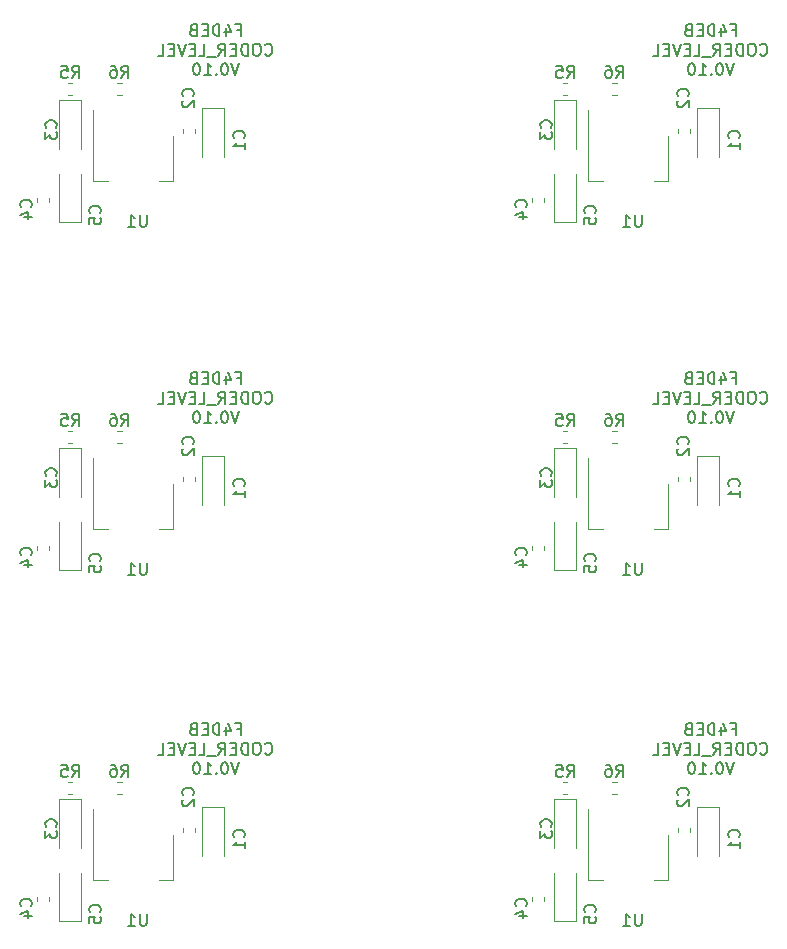
<source format=gbo>
G04 #@! TF.GenerationSoftware,KiCad,Pcbnew,(5.1.5)-3*
G04 #@! TF.CreationDate,2020-03-27T07:44:39+01:00*
G04 #@! TF.ProjectId,CODER_LEVEL_BOARD_V0.10,434f4445-525f-44c4-9556-454c5f424f41,rev?*
G04 #@! TF.SameCoordinates,Original*
G04 #@! TF.FileFunction,Legend,Bot*
G04 #@! TF.FilePolarity,Positive*
%FSLAX46Y46*%
G04 Gerber Fmt 4.6, Leading zero omitted, Abs format (unit mm)*
G04 Created by KiCad (PCBNEW (5.1.5)-3) date 2020-03-27 07:44:39*
%MOMM*%
%LPD*%
G04 APERTURE LIST*
%ADD10C,0.150000*%
%ADD11C,0.120000*%
G04 APERTURE END LIST*
D10*
X106179714Y-143566571D02*
X106513047Y-143566571D01*
X106513047Y-144090380D02*
X106513047Y-143090380D01*
X106036857Y-143090380D01*
X105227333Y-143423714D02*
X105227333Y-144090380D01*
X105465428Y-143042761D02*
X105703523Y-143757047D01*
X105084476Y-143757047D01*
X104703523Y-144090380D02*
X104703523Y-143090380D01*
X104465428Y-143090380D01*
X104322571Y-143138000D01*
X104227333Y-143233238D01*
X104179714Y-143328476D01*
X104132095Y-143518952D01*
X104132095Y-143661809D01*
X104179714Y-143852285D01*
X104227333Y-143947523D01*
X104322571Y-144042761D01*
X104465428Y-144090380D01*
X104703523Y-144090380D01*
X103703523Y-143566571D02*
X103370190Y-143566571D01*
X103227333Y-144090380D02*
X103703523Y-144090380D01*
X103703523Y-143090380D01*
X103227333Y-143090380D01*
X102465428Y-143566571D02*
X102322571Y-143614190D01*
X102274952Y-143661809D01*
X102227333Y-143757047D01*
X102227333Y-143899904D01*
X102274952Y-143995142D01*
X102322571Y-144042761D01*
X102417809Y-144090380D01*
X102798761Y-144090380D01*
X102798761Y-143090380D01*
X102465428Y-143090380D01*
X102370190Y-143138000D01*
X102322571Y-143185619D01*
X102274952Y-143280857D01*
X102274952Y-143376095D01*
X102322571Y-143471333D01*
X102370190Y-143518952D01*
X102465428Y-143566571D01*
X102798761Y-143566571D01*
X108584476Y-145645142D02*
X108632095Y-145692761D01*
X108774952Y-145740380D01*
X108870190Y-145740380D01*
X109013047Y-145692761D01*
X109108285Y-145597523D01*
X109155904Y-145502285D01*
X109203523Y-145311809D01*
X109203523Y-145168952D01*
X109155904Y-144978476D01*
X109108285Y-144883238D01*
X109013047Y-144788000D01*
X108870190Y-144740380D01*
X108774952Y-144740380D01*
X108632095Y-144788000D01*
X108584476Y-144835619D01*
X107965428Y-144740380D02*
X107774952Y-144740380D01*
X107679714Y-144788000D01*
X107584476Y-144883238D01*
X107536857Y-145073714D01*
X107536857Y-145407047D01*
X107584476Y-145597523D01*
X107679714Y-145692761D01*
X107774952Y-145740380D01*
X107965428Y-145740380D01*
X108060666Y-145692761D01*
X108155904Y-145597523D01*
X108203523Y-145407047D01*
X108203523Y-145073714D01*
X108155904Y-144883238D01*
X108060666Y-144788000D01*
X107965428Y-144740380D01*
X107108285Y-145740380D02*
X107108285Y-144740380D01*
X106870190Y-144740380D01*
X106727333Y-144788000D01*
X106632095Y-144883238D01*
X106584476Y-144978476D01*
X106536857Y-145168952D01*
X106536857Y-145311809D01*
X106584476Y-145502285D01*
X106632095Y-145597523D01*
X106727333Y-145692761D01*
X106870190Y-145740380D01*
X107108285Y-145740380D01*
X106108285Y-145216571D02*
X105774952Y-145216571D01*
X105632095Y-145740380D02*
X106108285Y-145740380D01*
X106108285Y-144740380D01*
X105632095Y-144740380D01*
X104632095Y-145740380D02*
X104965428Y-145264190D01*
X105203523Y-145740380D02*
X105203523Y-144740380D01*
X104822571Y-144740380D01*
X104727333Y-144788000D01*
X104679714Y-144835619D01*
X104632095Y-144930857D01*
X104632095Y-145073714D01*
X104679714Y-145168952D01*
X104727333Y-145216571D01*
X104822571Y-145264190D01*
X105203523Y-145264190D01*
X104441619Y-145835619D02*
X103679714Y-145835619D01*
X102965428Y-145740380D02*
X103441619Y-145740380D01*
X103441619Y-144740380D01*
X102632095Y-145216571D02*
X102298761Y-145216571D01*
X102155904Y-145740380D02*
X102632095Y-145740380D01*
X102632095Y-144740380D01*
X102155904Y-144740380D01*
X101870190Y-144740380D02*
X101536857Y-145740380D01*
X101203523Y-144740380D01*
X100870190Y-145216571D02*
X100536857Y-145216571D01*
X100394000Y-145740380D02*
X100870190Y-145740380D01*
X100870190Y-144740380D01*
X100394000Y-144740380D01*
X99489238Y-145740380D02*
X99965428Y-145740380D01*
X99965428Y-144740380D01*
X106394000Y-146390380D02*
X106060666Y-147390380D01*
X105727333Y-146390380D01*
X105203523Y-146390380D02*
X105108285Y-146390380D01*
X105013047Y-146438000D01*
X104965428Y-146485619D01*
X104917809Y-146580857D01*
X104870190Y-146771333D01*
X104870190Y-147009428D01*
X104917809Y-147199904D01*
X104965428Y-147295142D01*
X105013047Y-147342761D01*
X105108285Y-147390380D01*
X105203523Y-147390380D01*
X105298761Y-147342761D01*
X105346380Y-147295142D01*
X105394000Y-147199904D01*
X105441619Y-147009428D01*
X105441619Y-146771333D01*
X105394000Y-146580857D01*
X105346380Y-146485619D01*
X105298761Y-146438000D01*
X105203523Y-146390380D01*
X104441619Y-147295142D02*
X104394000Y-147342761D01*
X104441619Y-147390380D01*
X104489238Y-147342761D01*
X104441619Y-147295142D01*
X104441619Y-147390380D01*
X103441619Y-147390380D02*
X104013047Y-147390380D01*
X103727333Y-147390380D02*
X103727333Y-146390380D01*
X103822571Y-146533238D01*
X103917809Y-146628476D01*
X104013047Y-146676095D01*
X102822571Y-146390380D02*
X102727333Y-146390380D01*
X102632095Y-146438000D01*
X102584476Y-146485619D01*
X102536857Y-146580857D01*
X102489238Y-146771333D01*
X102489238Y-147009428D01*
X102536857Y-147199904D01*
X102584476Y-147295142D01*
X102632095Y-147342761D01*
X102727333Y-147390380D01*
X102822571Y-147390380D01*
X102917809Y-147342761D01*
X102965428Y-147295142D01*
X103013047Y-147199904D01*
X103060666Y-147009428D01*
X103060666Y-146771333D01*
X103013047Y-146580857D01*
X102965428Y-146485619D01*
X102917809Y-146438000D01*
X102822571Y-146390380D01*
X64269714Y-143566571D02*
X64603047Y-143566571D01*
X64603047Y-144090380D02*
X64603047Y-143090380D01*
X64126857Y-143090380D01*
X63317333Y-143423714D02*
X63317333Y-144090380D01*
X63555428Y-143042761D02*
X63793523Y-143757047D01*
X63174476Y-143757047D01*
X62793523Y-144090380D02*
X62793523Y-143090380D01*
X62555428Y-143090380D01*
X62412571Y-143138000D01*
X62317333Y-143233238D01*
X62269714Y-143328476D01*
X62222095Y-143518952D01*
X62222095Y-143661809D01*
X62269714Y-143852285D01*
X62317333Y-143947523D01*
X62412571Y-144042761D01*
X62555428Y-144090380D01*
X62793523Y-144090380D01*
X61793523Y-143566571D02*
X61460190Y-143566571D01*
X61317333Y-144090380D02*
X61793523Y-144090380D01*
X61793523Y-143090380D01*
X61317333Y-143090380D01*
X60555428Y-143566571D02*
X60412571Y-143614190D01*
X60364952Y-143661809D01*
X60317333Y-143757047D01*
X60317333Y-143899904D01*
X60364952Y-143995142D01*
X60412571Y-144042761D01*
X60507809Y-144090380D01*
X60888761Y-144090380D01*
X60888761Y-143090380D01*
X60555428Y-143090380D01*
X60460190Y-143138000D01*
X60412571Y-143185619D01*
X60364952Y-143280857D01*
X60364952Y-143376095D01*
X60412571Y-143471333D01*
X60460190Y-143518952D01*
X60555428Y-143566571D01*
X60888761Y-143566571D01*
X66674476Y-145645142D02*
X66722095Y-145692761D01*
X66864952Y-145740380D01*
X66960190Y-145740380D01*
X67103047Y-145692761D01*
X67198285Y-145597523D01*
X67245904Y-145502285D01*
X67293523Y-145311809D01*
X67293523Y-145168952D01*
X67245904Y-144978476D01*
X67198285Y-144883238D01*
X67103047Y-144788000D01*
X66960190Y-144740380D01*
X66864952Y-144740380D01*
X66722095Y-144788000D01*
X66674476Y-144835619D01*
X66055428Y-144740380D02*
X65864952Y-144740380D01*
X65769714Y-144788000D01*
X65674476Y-144883238D01*
X65626857Y-145073714D01*
X65626857Y-145407047D01*
X65674476Y-145597523D01*
X65769714Y-145692761D01*
X65864952Y-145740380D01*
X66055428Y-145740380D01*
X66150666Y-145692761D01*
X66245904Y-145597523D01*
X66293523Y-145407047D01*
X66293523Y-145073714D01*
X66245904Y-144883238D01*
X66150666Y-144788000D01*
X66055428Y-144740380D01*
X65198285Y-145740380D02*
X65198285Y-144740380D01*
X64960190Y-144740380D01*
X64817333Y-144788000D01*
X64722095Y-144883238D01*
X64674476Y-144978476D01*
X64626857Y-145168952D01*
X64626857Y-145311809D01*
X64674476Y-145502285D01*
X64722095Y-145597523D01*
X64817333Y-145692761D01*
X64960190Y-145740380D01*
X65198285Y-145740380D01*
X64198285Y-145216571D02*
X63864952Y-145216571D01*
X63722095Y-145740380D02*
X64198285Y-145740380D01*
X64198285Y-144740380D01*
X63722095Y-144740380D01*
X62722095Y-145740380D02*
X63055428Y-145264190D01*
X63293523Y-145740380D02*
X63293523Y-144740380D01*
X62912571Y-144740380D01*
X62817333Y-144788000D01*
X62769714Y-144835619D01*
X62722095Y-144930857D01*
X62722095Y-145073714D01*
X62769714Y-145168952D01*
X62817333Y-145216571D01*
X62912571Y-145264190D01*
X63293523Y-145264190D01*
X62531619Y-145835619D02*
X61769714Y-145835619D01*
X61055428Y-145740380D02*
X61531619Y-145740380D01*
X61531619Y-144740380D01*
X60722095Y-145216571D02*
X60388761Y-145216571D01*
X60245904Y-145740380D02*
X60722095Y-145740380D01*
X60722095Y-144740380D01*
X60245904Y-144740380D01*
X59960190Y-144740380D02*
X59626857Y-145740380D01*
X59293523Y-144740380D01*
X58960190Y-145216571D02*
X58626857Y-145216571D01*
X58484000Y-145740380D02*
X58960190Y-145740380D01*
X58960190Y-144740380D01*
X58484000Y-144740380D01*
X57579238Y-145740380D02*
X58055428Y-145740380D01*
X58055428Y-144740380D01*
X64484000Y-146390380D02*
X64150666Y-147390380D01*
X63817333Y-146390380D01*
X63293523Y-146390380D02*
X63198285Y-146390380D01*
X63103047Y-146438000D01*
X63055428Y-146485619D01*
X63007809Y-146580857D01*
X62960190Y-146771333D01*
X62960190Y-147009428D01*
X63007809Y-147199904D01*
X63055428Y-147295142D01*
X63103047Y-147342761D01*
X63198285Y-147390380D01*
X63293523Y-147390380D01*
X63388761Y-147342761D01*
X63436380Y-147295142D01*
X63484000Y-147199904D01*
X63531619Y-147009428D01*
X63531619Y-146771333D01*
X63484000Y-146580857D01*
X63436380Y-146485619D01*
X63388761Y-146438000D01*
X63293523Y-146390380D01*
X62531619Y-147295142D02*
X62484000Y-147342761D01*
X62531619Y-147390380D01*
X62579238Y-147342761D01*
X62531619Y-147295142D01*
X62531619Y-147390380D01*
X61531619Y-147390380D02*
X62103047Y-147390380D01*
X61817333Y-147390380D02*
X61817333Y-146390380D01*
X61912571Y-146533238D01*
X62007809Y-146628476D01*
X62103047Y-146676095D01*
X60912571Y-146390380D02*
X60817333Y-146390380D01*
X60722095Y-146438000D01*
X60674476Y-146485619D01*
X60626857Y-146580857D01*
X60579238Y-146771333D01*
X60579238Y-147009428D01*
X60626857Y-147199904D01*
X60674476Y-147295142D01*
X60722095Y-147342761D01*
X60817333Y-147390380D01*
X60912571Y-147390380D01*
X61007809Y-147342761D01*
X61055428Y-147295142D01*
X61103047Y-147199904D01*
X61150666Y-147009428D01*
X61150666Y-146771333D01*
X61103047Y-146580857D01*
X61055428Y-146485619D01*
X61007809Y-146438000D01*
X60912571Y-146390380D01*
X64269714Y-113848571D02*
X64603047Y-113848571D01*
X64603047Y-114372380D02*
X64603047Y-113372380D01*
X64126857Y-113372380D01*
X63317333Y-113705714D02*
X63317333Y-114372380D01*
X63555428Y-113324761D02*
X63793523Y-114039047D01*
X63174476Y-114039047D01*
X62793523Y-114372380D02*
X62793523Y-113372380D01*
X62555428Y-113372380D01*
X62412571Y-113420000D01*
X62317333Y-113515238D01*
X62269714Y-113610476D01*
X62222095Y-113800952D01*
X62222095Y-113943809D01*
X62269714Y-114134285D01*
X62317333Y-114229523D01*
X62412571Y-114324761D01*
X62555428Y-114372380D01*
X62793523Y-114372380D01*
X61793523Y-113848571D02*
X61460190Y-113848571D01*
X61317333Y-114372380D02*
X61793523Y-114372380D01*
X61793523Y-113372380D01*
X61317333Y-113372380D01*
X60555428Y-113848571D02*
X60412571Y-113896190D01*
X60364952Y-113943809D01*
X60317333Y-114039047D01*
X60317333Y-114181904D01*
X60364952Y-114277142D01*
X60412571Y-114324761D01*
X60507809Y-114372380D01*
X60888761Y-114372380D01*
X60888761Y-113372380D01*
X60555428Y-113372380D01*
X60460190Y-113420000D01*
X60412571Y-113467619D01*
X60364952Y-113562857D01*
X60364952Y-113658095D01*
X60412571Y-113753333D01*
X60460190Y-113800952D01*
X60555428Y-113848571D01*
X60888761Y-113848571D01*
X66674476Y-115927142D02*
X66722095Y-115974761D01*
X66864952Y-116022380D01*
X66960190Y-116022380D01*
X67103047Y-115974761D01*
X67198285Y-115879523D01*
X67245904Y-115784285D01*
X67293523Y-115593809D01*
X67293523Y-115450952D01*
X67245904Y-115260476D01*
X67198285Y-115165238D01*
X67103047Y-115070000D01*
X66960190Y-115022380D01*
X66864952Y-115022380D01*
X66722095Y-115070000D01*
X66674476Y-115117619D01*
X66055428Y-115022380D02*
X65864952Y-115022380D01*
X65769714Y-115070000D01*
X65674476Y-115165238D01*
X65626857Y-115355714D01*
X65626857Y-115689047D01*
X65674476Y-115879523D01*
X65769714Y-115974761D01*
X65864952Y-116022380D01*
X66055428Y-116022380D01*
X66150666Y-115974761D01*
X66245904Y-115879523D01*
X66293523Y-115689047D01*
X66293523Y-115355714D01*
X66245904Y-115165238D01*
X66150666Y-115070000D01*
X66055428Y-115022380D01*
X65198285Y-116022380D02*
X65198285Y-115022380D01*
X64960190Y-115022380D01*
X64817333Y-115070000D01*
X64722095Y-115165238D01*
X64674476Y-115260476D01*
X64626857Y-115450952D01*
X64626857Y-115593809D01*
X64674476Y-115784285D01*
X64722095Y-115879523D01*
X64817333Y-115974761D01*
X64960190Y-116022380D01*
X65198285Y-116022380D01*
X64198285Y-115498571D02*
X63864952Y-115498571D01*
X63722095Y-116022380D02*
X64198285Y-116022380D01*
X64198285Y-115022380D01*
X63722095Y-115022380D01*
X62722095Y-116022380D02*
X63055428Y-115546190D01*
X63293523Y-116022380D02*
X63293523Y-115022380D01*
X62912571Y-115022380D01*
X62817333Y-115070000D01*
X62769714Y-115117619D01*
X62722095Y-115212857D01*
X62722095Y-115355714D01*
X62769714Y-115450952D01*
X62817333Y-115498571D01*
X62912571Y-115546190D01*
X63293523Y-115546190D01*
X62531619Y-116117619D02*
X61769714Y-116117619D01*
X61055428Y-116022380D02*
X61531619Y-116022380D01*
X61531619Y-115022380D01*
X60722095Y-115498571D02*
X60388761Y-115498571D01*
X60245904Y-116022380D02*
X60722095Y-116022380D01*
X60722095Y-115022380D01*
X60245904Y-115022380D01*
X59960190Y-115022380D02*
X59626857Y-116022380D01*
X59293523Y-115022380D01*
X58960190Y-115498571D02*
X58626857Y-115498571D01*
X58484000Y-116022380D02*
X58960190Y-116022380D01*
X58960190Y-115022380D01*
X58484000Y-115022380D01*
X57579238Y-116022380D02*
X58055428Y-116022380D01*
X58055428Y-115022380D01*
X64484000Y-116672380D02*
X64150666Y-117672380D01*
X63817333Y-116672380D01*
X63293523Y-116672380D02*
X63198285Y-116672380D01*
X63103047Y-116720000D01*
X63055428Y-116767619D01*
X63007809Y-116862857D01*
X62960190Y-117053333D01*
X62960190Y-117291428D01*
X63007809Y-117481904D01*
X63055428Y-117577142D01*
X63103047Y-117624761D01*
X63198285Y-117672380D01*
X63293523Y-117672380D01*
X63388761Y-117624761D01*
X63436380Y-117577142D01*
X63484000Y-117481904D01*
X63531619Y-117291428D01*
X63531619Y-117053333D01*
X63484000Y-116862857D01*
X63436380Y-116767619D01*
X63388761Y-116720000D01*
X63293523Y-116672380D01*
X62531619Y-117577142D02*
X62484000Y-117624761D01*
X62531619Y-117672380D01*
X62579238Y-117624761D01*
X62531619Y-117577142D01*
X62531619Y-117672380D01*
X61531619Y-117672380D02*
X62103047Y-117672380D01*
X61817333Y-117672380D02*
X61817333Y-116672380D01*
X61912571Y-116815238D01*
X62007809Y-116910476D01*
X62103047Y-116958095D01*
X60912571Y-116672380D02*
X60817333Y-116672380D01*
X60722095Y-116720000D01*
X60674476Y-116767619D01*
X60626857Y-116862857D01*
X60579238Y-117053333D01*
X60579238Y-117291428D01*
X60626857Y-117481904D01*
X60674476Y-117577142D01*
X60722095Y-117624761D01*
X60817333Y-117672380D01*
X60912571Y-117672380D01*
X61007809Y-117624761D01*
X61055428Y-117577142D01*
X61103047Y-117481904D01*
X61150666Y-117291428D01*
X61150666Y-117053333D01*
X61103047Y-116862857D01*
X61055428Y-116767619D01*
X61007809Y-116720000D01*
X60912571Y-116672380D01*
X106179714Y-113848571D02*
X106513047Y-113848571D01*
X106513047Y-114372380D02*
X106513047Y-113372380D01*
X106036857Y-113372380D01*
X105227333Y-113705714D02*
X105227333Y-114372380D01*
X105465428Y-113324761D02*
X105703523Y-114039047D01*
X105084476Y-114039047D01*
X104703523Y-114372380D02*
X104703523Y-113372380D01*
X104465428Y-113372380D01*
X104322571Y-113420000D01*
X104227333Y-113515238D01*
X104179714Y-113610476D01*
X104132095Y-113800952D01*
X104132095Y-113943809D01*
X104179714Y-114134285D01*
X104227333Y-114229523D01*
X104322571Y-114324761D01*
X104465428Y-114372380D01*
X104703523Y-114372380D01*
X103703523Y-113848571D02*
X103370190Y-113848571D01*
X103227333Y-114372380D02*
X103703523Y-114372380D01*
X103703523Y-113372380D01*
X103227333Y-113372380D01*
X102465428Y-113848571D02*
X102322571Y-113896190D01*
X102274952Y-113943809D01*
X102227333Y-114039047D01*
X102227333Y-114181904D01*
X102274952Y-114277142D01*
X102322571Y-114324761D01*
X102417809Y-114372380D01*
X102798761Y-114372380D01*
X102798761Y-113372380D01*
X102465428Y-113372380D01*
X102370190Y-113420000D01*
X102322571Y-113467619D01*
X102274952Y-113562857D01*
X102274952Y-113658095D01*
X102322571Y-113753333D01*
X102370190Y-113800952D01*
X102465428Y-113848571D01*
X102798761Y-113848571D01*
X108584476Y-115927142D02*
X108632095Y-115974761D01*
X108774952Y-116022380D01*
X108870190Y-116022380D01*
X109013047Y-115974761D01*
X109108285Y-115879523D01*
X109155904Y-115784285D01*
X109203523Y-115593809D01*
X109203523Y-115450952D01*
X109155904Y-115260476D01*
X109108285Y-115165238D01*
X109013047Y-115070000D01*
X108870190Y-115022380D01*
X108774952Y-115022380D01*
X108632095Y-115070000D01*
X108584476Y-115117619D01*
X107965428Y-115022380D02*
X107774952Y-115022380D01*
X107679714Y-115070000D01*
X107584476Y-115165238D01*
X107536857Y-115355714D01*
X107536857Y-115689047D01*
X107584476Y-115879523D01*
X107679714Y-115974761D01*
X107774952Y-116022380D01*
X107965428Y-116022380D01*
X108060666Y-115974761D01*
X108155904Y-115879523D01*
X108203523Y-115689047D01*
X108203523Y-115355714D01*
X108155904Y-115165238D01*
X108060666Y-115070000D01*
X107965428Y-115022380D01*
X107108285Y-116022380D02*
X107108285Y-115022380D01*
X106870190Y-115022380D01*
X106727333Y-115070000D01*
X106632095Y-115165238D01*
X106584476Y-115260476D01*
X106536857Y-115450952D01*
X106536857Y-115593809D01*
X106584476Y-115784285D01*
X106632095Y-115879523D01*
X106727333Y-115974761D01*
X106870190Y-116022380D01*
X107108285Y-116022380D01*
X106108285Y-115498571D02*
X105774952Y-115498571D01*
X105632095Y-116022380D02*
X106108285Y-116022380D01*
X106108285Y-115022380D01*
X105632095Y-115022380D01*
X104632095Y-116022380D02*
X104965428Y-115546190D01*
X105203523Y-116022380D02*
X105203523Y-115022380D01*
X104822571Y-115022380D01*
X104727333Y-115070000D01*
X104679714Y-115117619D01*
X104632095Y-115212857D01*
X104632095Y-115355714D01*
X104679714Y-115450952D01*
X104727333Y-115498571D01*
X104822571Y-115546190D01*
X105203523Y-115546190D01*
X104441619Y-116117619D02*
X103679714Y-116117619D01*
X102965428Y-116022380D02*
X103441619Y-116022380D01*
X103441619Y-115022380D01*
X102632095Y-115498571D02*
X102298761Y-115498571D01*
X102155904Y-116022380D02*
X102632095Y-116022380D01*
X102632095Y-115022380D01*
X102155904Y-115022380D01*
X101870190Y-115022380D02*
X101536857Y-116022380D01*
X101203523Y-115022380D01*
X100870190Y-115498571D02*
X100536857Y-115498571D01*
X100394000Y-116022380D02*
X100870190Y-116022380D01*
X100870190Y-115022380D01*
X100394000Y-115022380D01*
X99489238Y-116022380D02*
X99965428Y-116022380D01*
X99965428Y-115022380D01*
X106394000Y-116672380D02*
X106060666Y-117672380D01*
X105727333Y-116672380D01*
X105203523Y-116672380D02*
X105108285Y-116672380D01*
X105013047Y-116720000D01*
X104965428Y-116767619D01*
X104917809Y-116862857D01*
X104870190Y-117053333D01*
X104870190Y-117291428D01*
X104917809Y-117481904D01*
X104965428Y-117577142D01*
X105013047Y-117624761D01*
X105108285Y-117672380D01*
X105203523Y-117672380D01*
X105298761Y-117624761D01*
X105346380Y-117577142D01*
X105394000Y-117481904D01*
X105441619Y-117291428D01*
X105441619Y-117053333D01*
X105394000Y-116862857D01*
X105346380Y-116767619D01*
X105298761Y-116720000D01*
X105203523Y-116672380D01*
X104441619Y-117577142D02*
X104394000Y-117624761D01*
X104441619Y-117672380D01*
X104489238Y-117624761D01*
X104441619Y-117577142D01*
X104441619Y-117672380D01*
X103441619Y-117672380D02*
X104013047Y-117672380D01*
X103727333Y-117672380D02*
X103727333Y-116672380D01*
X103822571Y-116815238D01*
X103917809Y-116910476D01*
X104013047Y-116958095D01*
X102822571Y-116672380D02*
X102727333Y-116672380D01*
X102632095Y-116720000D01*
X102584476Y-116767619D01*
X102536857Y-116862857D01*
X102489238Y-117053333D01*
X102489238Y-117291428D01*
X102536857Y-117481904D01*
X102584476Y-117577142D01*
X102632095Y-117624761D01*
X102727333Y-117672380D01*
X102822571Y-117672380D01*
X102917809Y-117624761D01*
X102965428Y-117577142D01*
X103013047Y-117481904D01*
X103060666Y-117291428D01*
X103060666Y-117053333D01*
X103013047Y-116862857D01*
X102965428Y-116767619D01*
X102917809Y-116720000D01*
X102822571Y-116672380D01*
X64269714Y-84384571D02*
X64603047Y-84384571D01*
X64603047Y-84908380D02*
X64603047Y-83908380D01*
X64126857Y-83908380D01*
X63317333Y-84241714D02*
X63317333Y-84908380D01*
X63555428Y-83860761D02*
X63793523Y-84575047D01*
X63174476Y-84575047D01*
X62793523Y-84908380D02*
X62793523Y-83908380D01*
X62555428Y-83908380D01*
X62412571Y-83956000D01*
X62317333Y-84051238D01*
X62269714Y-84146476D01*
X62222095Y-84336952D01*
X62222095Y-84479809D01*
X62269714Y-84670285D01*
X62317333Y-84765523D01*
X62412571Y-84860761D01*
X62555428Y-84908380D01*
X62793523Y-84908380D01*
X61793523Y-84384571D02*
X61460190Y-84384571D01*
X61317333Y-84908380D02*
X61793523Y-84908380D01*
X61793523Y-83908380D01*
X61317333Y-83908380D01*
X60555428Y-84384571D02*
X60412571Y-84432190D01*
X60364952Y-84479809D01*
X60317333Y-84575047D01*
X60317333Y-84717904D01*
X60364952Y-84813142D01*
X60412571Y-84860761D01*
X60507809Y-84908380D01*
X60888761Y-84908380D01*
X60888761Y-83908380D01*
X60555428Y-83908380D01*
X60460190Y-83956000D01*
X60412571Y-84003619D01*
X60364952Y-84098857D01*
X60364952Y-84194095D01*
X60412571Y-84289333D01*
X60460190Y-84336952D01*
X60555428Y-84384571D01*
X60888761Y-84384571D01*
X66674476Y-86463142D02*
X66722095Y-86510761D01*
X66864952Y-86558380D01*
X66960190Y-86558380D01*
X67103047Y-86510761D01*
X67198285Y-86415523D01*
X67245904Y-86320285D01*
X67293523Y-86129809D01*
X67293523Y-85986952D01*
X67245904Y-85796476D01*
X67198285Y-85701238D01*
X67103047Y-85606000D01*
X66960190Y-85558380D01*
X66864952Y-85558380D01*
X66722095Y-85606000D01*
X66674476Y-85653619D01*
X66055428Y-85558380D02*
X65864952Y-85558380D01*
X65769714Y-85606000D01*
X65674476Y-85701238D01*
X65626857Y-85891714D01*
X65626857Y-86225047D01*
X65674476Y-86415523D01*
X65769714Y-86510761D01*
X65864952Y-86558380D01*
X66055428Y-86558380D01*
X66150666Y-86510761D01*
X66245904Y-86415523D01*
X66293523Y-86225047D01*
X66293523Y-85891714D01*
X66245904Y-85701238D01*
X66150666Y-85606000D01*
X66055428Y-85558380D01*
X65198285Y-86558380D02*
X65198285Y-85558380D01*
X64960190Y-85558380D01*
X64817333Y-85606000D01*
X64722095Y-85701238D01*
X64674476Y-85796476D01*
X64626857Y-85986952D01*
X64626857Y-86129809D01*
X64674476Y-86320285D01*
X64722095Y-86415523D01*
X64817333Y-86510761D01*
X64960190Y-86558380D01*
X65198285Y-86558380D01*
X64198285Y-86034571D02*
X63864952Y-86034571D01*
X63722095Y-86558380D02*
X64198285Y-86558380D01*
X64198285Y-85558380D01*
X63722095Y-85558380D01*
X62722095Y-86558380D02*
X63055428Y-86082190D01*
X63293523Y-86558380D02*
X63293523Y-85558380D01*
X62912571Y-85558380D01*
X62817333Y-85606000D01*
X62769714Y-85653619D01*
X62722095Y-85748857D01*
X62722095Y-85891714D01*
X62769714Y-85986952D01*
X62817333Y-86034571D01*
X62912571Y-86082190D01*
X63293523Y-86082190D01*
X62531619Y-86653619D02*
X61769714Y-86653619D01*
X61055428Y-86558380D02*
X61531619Y-86558380D01*
X61531619Y-85558380D01*
X60722095Y-86034571D02*
X60388761Y-86034571D01*
X60245904Y-86558380D02*
X60722095Y-86558380D01*
X60722095Y-85558380D01*
X60245904Y-85558380D01*
X59960190Y-85558380D02*
X59626857Y-86558380D01*
X59293523Y-85558380D01*
X58960190Y-86034571D02*
X58626857Y-86034571D01*
X58484000Y-86558380D02*
X58960190Y-86558380D01*
X58960190Y-85558380D01*
X58484000Y-85558380D01*
X57579238Y-86558380D02*
X58055428Y-86558380D01*
X58055428Y-85558380D01*
X64484000Y-87208380D02*
X64150666Y-88208380D01*
X63817333Y-87208380D01*
X63293523Y-87208380D02*
X63198285Y-87208380D01*
X63103047Y-87256000D01*
X63055428Y-87303619D01*
X63007809Y-87398857D01*
X62960190Y-87589333D01*
X62960190Y-87827428D01*
X63007809Y-88017904D01*
X63055428Y-88113142D01*
X63103047Y-88160761D01*
X63198285Y-88208380D01*
X63293523Y-88208380D01*
X63388761Y-88160761D01*
X63436380Y-88113142D01*
X63484000Y-88017904D01*
X63531619Y-87827428D01*
X63531619Y-87589333D01*
X63484000Y-87398857D01*
X63436380Y-87303619D01*
X63388761Y-87256000D01*
X63293523Y-87208380D01*
X62531619Y-88113142D02*
X62484000Y-88160761D01*
X62531619Y-88208380D01*
X62579238Y-88160761D01*
X62531619Y-88113142D01*
X62531619Y-88208380D01*
X61531619Y-88208380D02*
X62103047Y-88208380D01*
X61817333Y-88208380D02*
X61817333Y-87208380D01*
X61912571Y-87351238D01*
X62007809Y-87446476D01*
X62103047Y-87494095D01*
X60912571Y-87208380D02*
X60817333Y-87208380D01*
X60722095Y-87256000D01*
X60674476Y-87303619D01*
X60626857Y-87398857D01*
X60579238Y-87589333D01*
X60579238Y-87827428D01*
X60626857Y-88017904D01*
X60674476Y-88113142D01*
X60722095Y-88160761D01*
X60817333Y-88208380D01*
X60912571Y-88208380D01*
X61007809Y-88160761D01*
X61055428Y-88113142D01*
X61103047Y-88017904D01*
X61150666Y-87827428D01*
X61150666Y-87589333D01*
X61103047Y-87398857D01*
X61055428Y-87303619D01*
X61007809Y-87256000D01*
X60912571Y-87208380D01*
X106179714Y-84384571D02*
X106513047Y-84384571D01*
X106513047Y-84908380D02*
X106513047Y-83908380D01*
X106036857Y-83908380D01*
X105227333Y-84241714D02*
X105227333Y-84908380D01*
X105465428Y-83860761D02*
X105703523Y-84575047D01*
X105084476Y-84575047D01*
X104703523Y-84908380D02*
X104703523Y-83908380D01*
X104465428Y-83908380D01*
X104322571Y-83956000D01*
X104227333Y-84051238D01*
X104179714Y-84146476D01*
X104132095Y-84336952D01*
X104132095Y-84479809D01*
X104179714Y-84670285D01*
X104227333Y-84765523D01*
X104322571Y-84860761D01*
X104465428Y-84908380D01*
X104703523Y-84908380D01*
X103703523Y-84384571D02*
X103370190Y-84384571D01*
X103227333Y-84908380D02*
X103703523Y-84908380D01*
X103703523Y-83908380D01*
X103227333Y-83908380D01*
X102465428Y-84384571D02*
X102322571Y-84432190D01*
X102274952Y-84479809D01*
X102227333Y-84575047D01*
X102227333Y-84717904D01*
X102274952Y-84813142D01*
X102322571Y-84860761D01*
X102417809Y-84908380D01*
X102798761Y-84908380D01*
X102798761Y-83908380D01*
X102465428Y-83908380D01*
X102370190Y-83956000D01*
X102322571Y-84003619D01*
X102274952Y-84098857D01*
X102274952Y-84194095D01*
X102322571Y-84289333D01*
X102370190Y-84336952D01*
X102465428Y-84384571D01*
X102798761Y-84384571D01*
X108584476Y-86463142D02*
X108632095Y-86510761D01*
X108774952Y-86558380D01*
X108870190Y-86558380D01*
X109013047Y-86510761D01*
X109108285Y-86415523D01*
X109155904Y-86320285D01*
X109203523Y-86129809D01*
X109203523Y-85986952D01*
X109155904Y-85796476D01*
X109108285Y-85701238D01*
X109013047Y-85606000D01*
X108870190Y-85558380D01*
X108774952Y-85558380D01*
X108632095Y-85606000D01*
X108584476Y-85653619D01*
X107965428Y-85558380D02*
X107774952Y-85558380D01*
X107679714Y-85606000D01*
X107584476Y-85701238D01*
X107536857Y-85891714D01*
X107536857Y-86225047D01*
X107584476Y-86415523D01*
X107679714Y-86510761D01*
X107774952Y-86558380D01*
X107965428Y-86558380D01*
X108060666Y-86510761D01*
X108155904Y-86415523D01*
X108203523Y-86225047D01*
X108203523Y-85891714D01*
X108155904Y-85701238D01*
X108060666Y-85606000D01*
X107965428Y-85558380D01*
X107108285Y-86558380D02*
X107108285Y-85558380D01*
X106870190Y-85558380D01*
X106727333Y-85606000D01*
X106632095Y-85701238D01*
X106584476Y-85796476D01*
X106536857Y-85986952D01*
X106536857Y-86129809D01*
X106584476Y-86320285D01*
X106632095Y-86415523D01*
X106727333Y-86510761D01*
X106870190Y-86558380D01*
X107108285Y-86558380D01*
X106108285Y-86034571D02*
X105774952Y-86034571D01*
X105632095Y-86558380D02*
X106108285Y-86558380D01*
X106108285Y-85558380D01*
X105632095Y-85558380D01*
X104632095Y-86558380D02*
X104965428Y-86082190D01*
X105203523Y-86558380D02*
X105203523Y-85558380D01*
X104822571Y-85558380D01*
X104727333Y-85606000D01*
X104679714Y-85653619D01*
X104632095Y-85748857D01*
X104632095Y-85891714D01*
X104679714Y-85986952D01*
X104727333Y-86034571D01*
X104822571Y-86082190D01*
X105203523Y-86082190D01*
X104441619Y-86653619D02*
X103679714Y-86653619D01*
X102965428Y-86558380D02*
X103441619Y-86558380D01*
X103441619Y-85558380D01*
X102632095Y-86034571D02*
X102298761Y-86034571D01*
X102155904Y-86558380D02*
X102632095Y-86558380D01*
X102632095Y-85558380D01*
X102155904Y-85558380D01*
X101870190Y-85558380D02*
X101536857Y-86558380D01*
X101203523Y-85558380D01*
X100870190Y-86034571D02*
X100536857Y-86034571D01*
X100394000Y-86558380D02*
X100870190Y-86558380D01*
X100870190Y-85558380D01*
X100394000Y-85558380D01*
X99489238Y-86558380D02*
X99965428Y-86558380D01*
X99965428Y-85558380D01*
X106394000Y-87208380D02*
X106060666Y-88208380D01*
X105727333Y-87208380D01*
X105203523Y-87208380D02*
X105108285Y-87208380D01*
X105013047Y-87256000D01*
X104965428Y-87303619D01*
X104917809Y-87398857D01*
X104870190Y-87589333D01*
X104870190Y-87827428D01*
X104917809Y-88017904D01*
X104965428Y-88113142D01*
X105013047Y-88160761D01*
X105108285Y-88208380D01*
X105203523Y-88208380D01*
X105298761Y-88160761D01*
X105346380Y-88113142D01*
X105394000Y-88017904D01*
X105441619Y-87827428D01*
X105441619Y-87589333D01*
X105394000Y-87398857D01*
X105346380Y-87303619D01*
X105298761Y-87256000D01*
X105203523Y-87208380D01*
X104441619Y-88113142D02*
X104394000Y-88160761D01*
X104441619Y-88208380D01*
X104489238Y-88160761D01*
X104441619Y-88113142D01*
X104441619Y-88208380D01*
X103441619Y-88208380D02*
X104013047Y-88208380D01*
X103727333Y-88208380D02*
X103727333Y-87208380D01*
X103822571Y-87351238D01*
X103917809Y-87446476D01*
X104013047Y-87494095D01*
X102822571Y-87208380D02*
X102727333Y-87208380D01*
X102632095Y-87256000D01*
X102584476Y-87303619D01*
X102536857Y-87398857D01*
X102489238Y-87589333D01*
X102489238Y-87827428D01*
X102536857Y-88017904D01*
X102584476Y-88113142D01*
X102632095Y-88160761D01*
X102727333Y-88208380D01*
X102822571Y-88208380D01*
X102917809Y-88160761D01*
X102965428Y-88113142D01*
X103013047Y-88017904D01*
X103060666Y-87827428D01*
X103060666Y-87589333D01*
X103013047Y-87398857D01*
X102965428Y-87303619D01*
X102917809Y-87256000D01*
X102822571Y-87208380D01*
D11*
X91140000Y-159838000D02*
X91140000Y-155753000D01*
X93010000Y-159838000D02*
X91140000Y-159838000D01*
X93010000Y-155753000D02*
X93010000Y-159838000D01*
X102618000Y-151960733D02*
X102618000Y-152303267D01*
X101598000Y-151960733D02*
X101598000Y-152303267D01*
X93010000Y-149534000D02*
X93010000Y-153619000D01*
X91140000Y-149534000D02*
X93010000Y-149534000D01*
X91140000Y-153619000D02*
X91140000Y-149534000D01*
X105075000Y-150209500D02*
X105075000Y-154294500D01*
X103205000Y-150209500D02*
X105075000Y-150209500D01*
X103205000Y-154294500D02*
X103205000Y-150209500D01*
X59688000Y-151960733D02*
X59688000Y-152303267D01*
X60708000Y-151960733D02*
X60708000Y-152303267D01*
X90299000Y-158173267D02*
X90299000Y-157830733D01*
X89279000Y-158173267D02*
X89279000Y-157830733D01*
X47369000Y-158173267D02*
X47369000Y-157830733D01*
X48389000Y-158173267D02*
X48389000Y-157830733D01*
X49230000Y-153619000D02*
X49230000Y-149534000D01*
X49230000Y-149534000D02*
X51100000Y-149534000D01*
X51100000Y-149534000D02*
X51100000Y-153619000D01*
X51100000Y-155753000D02*
X51100000Y-159838000D01*
X51100000Y-159838000D02*
X49230000Y-159838000D01*
X49230000Y-159838000D02*
X49230000Y-155753000D01*
X61295000Y-154294500D02*
X61295000Y-150209500D01*
X61295000Y-150209500D02*
X63165000Y-150209500D01*
X63165000Y-150209500D02*
X63165000Y-154294500D01*
X50336267Y-149100000D02*
X49993733Y-149100000D01*
X50336267Y-148080000D02*
X49993733Y-148080000D01*
X92246267Y-148080000D02*
X91903733Y-148080000D01*
X92246267Y-149100000D02*
X91903733Y-149100000D01*
X52089000Y-150332000D02*
X52089000Y-156342000D01*
X58909000Y-152582000D02*
X58909000Y-156342000D01*
X52089000Y-156342000D02*
X53349000Y-156342000D01*
X58909000Y-156342000D02*
X57649000Y-156342000D01*
X54513267Y-148080000D02*
X54170733Y-148080000D01*
X54513267Y-149100000D02*
X54170733Y-149100000D01*
X96423267Y-149100000D02*
X96080733Y-149100000D01*
X96423267Y-148080000D02*
X96080733Y-148080000D01*
X100819000Y-156342000D02*
X99559000Y-156342000D01*
X93999000Y-156342000D02*
X95259000Y-156342000D01*
X100819000Y-152582000D02*
X100819000Y-156342000D01*
X93999000Y-150332000D02*
X93999000Y-156342000D01*
X101598000Y-122242733D02*
X101598000Y-122585267D01*
X102618000Y-122242733D02*
X102618000Y-122585267D01*
X93010000Y-126035000D02*
X93010000Y-130120000D01*
X93010000Y-130120000D02*
X91140000Y-130120000D01*
X91140000Y-130120000D02*
X91140000Y-126035000D01*
X91140000Y-123901000D02*
X91140000Y-119816000D01*
X91140000Y-119816000D02*
X93010000Y-119816000D01*
X93010000Y-119816000D02*
X93010000Y-123901000D01*
X89279000Y-128455267D02*
X89279000Y-128112733D01*
X90299000Y-128455267D02*
X90299000Y-128112733D01*
X103205000Y-124576500D02*
X103205000Y-120491500D01*
X103205000Y-120491500D02*
X105075000Y-120491500D01*
X105075000Y-120491500D02*
X105075000Y-124576500D01*
X60708000Y-122242733D02*
X60708000Y-122585267D01*
X59688000Y-122242733D02*
X59688000Y-122585267D01*
X49230000Y-130120000D02*
X49230000Y-126035000D01*
X51100000Y-130120000D02*
X49230000Y-130120000D01*
X51100000Y-126035000D02*
X51100000Y-130120000D01*
X48389000Y-128455267D02*
X48389000Y-128112733D01*
X47369000Y-128455267D02*
X47369000Y-128112733D01*
X51100000Y-119816000D02*
X51100000Y-123901000D01*
X49230000Y-119816000D02*
X51100000Y-119816000D01*
X49230000Y-123901000D02*
X49230000Y-119816000D01*
X54513267Y-119382000D02*
X54170733Y-119382000D01*
X54513267Y-118362000D02*
X54170733Y-118362000D01*
X63165000Y-120491500D02*
X63165000Y-124576500D01*
X61295000Y-120491500D02*
X63165000Y-120491500D01*
X61295000Y-124576500D02*
X61295000Y-120491500D01*
X50336267Y-118362000D02*
X49993733Y-118362000D01*
X50336267Y-119382000D02*
X49993733Y-119382000D01*
X58909000Y-126624000D02*
X57649000Y-126624000D01*
X52089000Y-126624000D02*
X53349000Y-126624000D01*
X58909000Y-122864000D02*
X58909000Y-126624000D01*
X52089000Y-120614000D02*
X52089000Y-126624000D01*
X92246267Y-119382000D02*
X91903733Y-119382000D01*
X92246267Y-118362000D02*
X91903733Y-118362000D01*
X93999000Y-120614000D02*
X93999000Y-126624000D01*
X100819000Y-122864000D02*
X100819000Y-126624000D01*
X93999000Y-126624000D02*
X95259000Y-126624000D01*
X100819000Y-126624000D02*
X99559000Y-126624000D01*
X96423267Y-118362000D02*
X96080733Y-118362000D01*
X96423267Y-119382000D02*
X96080733Y-119382000D01*
X59688000Y-92778733D02*
X59688000Y-93121267D01*
X60708000Y-92778733D02*
X60708000Y-93121267D01*
X51100000Y-96571000D02*
X51100000Y-100656000D01*
X51100000Y-100656000D02*
X49230000Y-100656000D01*
X49230000Y-100656000D02*
X49230000Y-96571000D01*
X49230000Y-94437000D02*
X49230000Y-90352000D01*
X49230000Y-90352000D02*
X51100000Y-90352000D01*
X51100000Y-90352000D02*
X51100000Y-94437000D01*
X47369000Y-98991267D02*
X47369000Y-98648733D01*
X48389000Y-98991267D02*
X48389000Y-98648733D01*
X61295000Y-95112500D02*
X61295000Y-91027500D01*
X61295000Y-91027500D02*
X63165000Y-91027500D01*
X63165000Y-91027500D02*
X63165000Y-95112500D01*
X50336267Y-89918000D02*
X49993733Y-89918000D01*
X50336267Y-88898000D02*
X49993733Y-88898000D01*
X52089000Y-91150000D02*
X52089000Y-97160000D01*
X58909000Y-93400000D02*
X58909000Y-97160000D01*
X52089000Y-97160000D02*
X53349000Y-97160000D01*
X58909000Y-97160000D02*
X57649000Y-97160000D01*
X54513267Y-88898000D02*
X54170733Y-88898000D01*
X54513267Y-89918000D02*
X54170733Y-89918000D01*
X93010000Y-90352000D02*
X93010000Y-94437000D01*
X91140000Y-90352000D02*
X93010000Y-90352000D01*
X91140000Y-94437000D02*
X91140000Y-90352000D01*
X91140000Y-100656000D02*
X91140000Y-96571000D01*
X93010000Y-100656000D02*
X91140000Y-100656000D01*
X93010000Y-96571000D02*
X93010000Y-100656000D01*
X105075000Y-91027500D02*
X105075000Y-95112500D01*
X103205000Y-91027500D02*
X105075000Y-91027500D01*
X103205000Y-95112500D02*
X103205000Y-91027500D01*
X102618000Y-92778733D02*
X102618000Y-93121267D01*
X101598000Y-92778733D02*
X101598000Y-93121267D01*
X90299000Y-98991267D02*
X90299000Y-98648733D01*
X89279000Y-98991267D02*
X89279000Y-98648733D01*
X92246267Y-88898000D02*
X91903733Y-88898000D01*
X92246267Y-89918000D02*
X91903733Y-89918000D01*
X96423267Y-89918000D02*
X96080733Y-89918000D01*
X96423267Y-88898000D02*
X96080733Y-88898000D01*
X100819000Y-97160000D02*
X99559000Y-97160000D01*
X93999000Y-97160000D02*
X95259000Y-97160000D01*
X100819000Y-93400000D02*
X100819000Y-97160000D01*
X93999000Y-91150000D02*
X93999000Y-97160000D01*
D10*
X94591142Y-159091333D02*
X94638761Y-159043714D01*
X94686380Y-158900857D01*
X94686380Y-158805619D01*
X94638761Y-158662761D01*
X94543523Y-158567523D01*
X94448285Y-158519904D01*
X94257809Y-158472285D01*
X94114952Y-158472285D01*
X93924476Y-158519904D01*
X93829238Y-158567523D01*
X93734000Y-158662761D01*
X93686380Y-158805619D01*
X93686380Y-158900857D01*
X93734000Y-159043714D01*
X93781619Y-159091333D01*
X93686380Y-159996095D02*
X93686380Y-159519904D01*
X94162571Y-159472285D01*
X94114952Y-159519904D01*
X94067333Y-159615142D01*
X94067333Y-159853238D01*
X94114952Y-159948476D01*
X94162571Y-159996095D01*
X94257809Y-160043714D01*
X94495904Y-160043714D01*
X94591142Y-159996095D01*
X94638761Y-159948476D01*
X94686380Y-159853238D01*
X94686380Y-159615142D01*
X94638761Y-159519904D01*
X94591142Y-159472285D01*
X102465142Y-149185333D02*
X102512761Y-149137714D01*
X102560380Y-148994857D01*
X102560380Y-148899619D01*
X102512761Y-148756761D01*
X102417523Y-148661523D01*
X102322285Y-148613904D01*
X102131809Y-148566285D01*
X101988952Y-148566285D01*
X101798476Y-148613904D01*
X101703238Y-148661523D01*
X101608000Y-148756761D01*
X101560380Y-148899619D01*
X101560380Y-148994857D01*
X101608000Y-149137714D01*
X101655619Y-149185333D01*
X101655619Y-149566285D02*
X101608000Y-149613904D01*
X101560380Y-149709142D01*
X101560380Y-149947238D01*
X101608000Y-150042476D01*
X101655619Y-150090095D01*
X101750857Y-150137714D01*
X101846095Y-150137714D01*
X101988952Y-150090095D01*
X102560380Y-149518666D01*
X102560380Y-150137714D01*
X90852142Y-151852333D02*
X90899761Y-151804714D01*
X90947380Y-151661857D01*
X90947380Y-151566619D01*
X90899761Y-151423761D01*
X90804523Y-151328523D01*
X90709285Y-151280904D01*
X90518809Y-151233285D01*
X90375952Y-151233285D01*
X90185476Y-151280904D01*
X90090238Y-151328523D01*
X89995000Y-151423761D01*
X89947380Y-151566619D01*
X89947380Y-151661857D01*
X89995000Y-151804714D01*
X90042619Y-151852333D01*
X89947380Y-152185666D02*
X89947380Y-152804714D01*
X90328333Y-152471380D01*
X90328333Y-152614238D01*
X90375952Y-152709476D01*
X90423571Y-152757095D01*
X90518809Y-152804714D01*
X90756904Y-152804714D01*
X90852142Y-152757095D01*
X90899761Y-152709476D01*
X90947380Y-152614238D01*
X90947380Y-152328523D01*
X90899761Y-152233285D01*
X90852142Y-152185666D01*
X106783142Y-152741333D02*
X106830761Y-152693714D01*
X106878380Y-152550857D01*
X106878380Y-152455619D01*
X106830761Y-152312761D01*
X106735523Y-152217523D01*
X106640285Y-152169904D01*
X106449809Y-152122285D01*
X106306952Y-152122285D01*
X106116476Y-152169904D01*
X106021238Y-152217523D01*
X105926000Y-152312761D01*
X105878380Y-152455619D01*
X105878380Y-152550857D01*
X105926000Y-152693714D01*
X105973619Y-152741333D01*
X106878380Y-153693714D02*
X106878380Y-153122285D01*
X106878380Y-153408000D02*
X105878380Y-153408000D01*
X106021238Y-153312761D01*
X106116476Y-153217523D01*
X106164095Y-153122285D01*
X60555142Y-149185333D02*
X60602761Y-149137714D01*
X60650380Y-148994857D01*
X60650380Y-148899619D01*
X60602761Y-148756761D01*
X60507523Y-148661523D01*
X60412285Y-148613904D01*
X60221809Y-148566285D01*
X60078952Y-148566285D01*
X59888476Y-148613904D01*
X59793238Y-148661523D01*
X59698000Y-148756761D01*
X59650380Y-148899619D01*
X59650380Y-148994857D01*
X59698000Y-149137714D01*
X59745619Y-149185333D01*
X59745619Y-149566285D02*
X59698000Y-149613904D01*
X59650380Y-149709142D01*
X59650380Y-149947238D01*
X59698000Y-150042476D01*
X59745619Y-150090095D01*
X59840857Y-150137714D01*
X59936095Y-150137714D01*
X60078952Y-150090095D01*
X60650380Y-149518666D01*
X60650380Y-150137714D01*
X88749142Y-158583333D02*
X88796761Y-158535714D01*
X88844380Y-158392857D01*
X88844380Y-158297619D01*
X88796761Y-158154761D01*
X88701523Y-158059523D01*
X88606285Y-158011904D01*
X88415809Y-157964285D01*
X88272952Y-157964285D01*
X88082476Y-158011904D01*
X87987238Y-158059523D01*
X87892000Y-158154761D01*
X87844380Y-158297619D01*
X87844380Y-158392857D01*
X87892000Y-158535714D01*
X87939619Y-158583333D01*
X88177714Y-159440476D02*
X88844380Y-159440476D01*
X87796761Y-159202380D02*
X88511047Y-158964285D01*
X88511047Y-159583333D01*
X46839142Y-158583333D02*
X46886761Y-158535714D01*
X46934380Y-158392857D01*
X46934380Y-158297619D01*
X46886761Y-158154761D01*
X46791523Y-158059523D01*
X46696285Y-158011904D01*
X46505809Y-157964285D01*
X46362952Y-157964285D01*
X46172476Y-158011904D01*
X46077238Y-158059523D01*
X45982000Y-158154761D01*
X45934380Y-158297619D01*
X45934380Y-158392857D01*
X45982000Y-158535714D01*
X46029619Y-158583333D01*
X46267714Y-159440476D02*
X46934380Y-159440476D01*
X45886761Y-159202380D02*
X46601047Y-158964285D01*
X46601047Y-159583333D01*
X48942142Y-151852333D02*
X48989761Y-151804714D01*
X49037380Y-151661857D01*
X49037380Y-151566619D01*
X48989761Y-151423761D01*
X48894523Y-151328523D01*
X48799285Y-151280904D01*
X48608809Y-151233285D01*
X48465952Y-151233285D01*
X48275476Y-151280904D01*
X48180238Y-151328523D01*
X48085000Y-151423761D01*
X48037380Y-151566619D01*
X48037380Y-151661857D01*
X48085000Y-151804714D01*
X48132619Y-151852333D01*
X48037380Y-152185666D02*
X48037380Y-152804714D01*
X48418333Y-152471380D01*
X48418333Y-152614238D01*
X48465952Y-152709476D01*
X48513571Y-152757095D01*
X48608809Y-152804714D01*
X48846904Y-152804714D01*
X48942142Y-152757095D01*
X48989761Y-152709476D01*
X49037380Y-152614238D01*
X49037380Y-152328523D01*
X48989761Y-152233285D01*
X48942142Y-152185666D01*
X52681142Y-159091333D02*
X52728761Y-159043714D01*
X52776380Y-158900857D01*
X52776380Y-158805619D01*
X52728761Y-158662761D01*
X52633523Y-158567523D01*
X52538285Y-158519904D01*
X52347809Y-158472285D01*
X52204952Y-158472285D01*
X52014476Y-158519904D01*
X51919238Y-158567523D01*
X51824000Y-158662761D01*
X51776380Y-158805619D01*
X51776380Y-158900857D01*
X51824000Y-159043714D01*
X51871619Y-159091333D01*
X51776380Y-159996095D02*
X51776380Y-159519904D01*
X52252571Y-159472285D01*
X52204952Y-159519904D01*
X52157333Y-159615142D01*
X52157333Y-159853238D01*
X52204952Y-159948476D01*
X52252571Y-159996095D01*
X52347809Y-160043714D01*
X52585904Y-160043714D01*
X52681142Y-159996095D01*
X52728761Y-159948476D01*
X52776380Y-159853238D01*
X52776380Y-159615142D01*
X52728761Y-159519904D01*
X52681142Y-159472285D01*
X64873142Y-152741333D02*
X64920761Y-152693714D01*
X64968380Y-152550857D01*
X64968380Y-152455619D01*
X64920761Y-152312761D01*
X64825523Y-152217523D01*
X64730285Y-152169904D01*
X64539809Y-152122285D01*
X64396952Y-152122285D01*
X64206476Y-152169904D01*
X64111238Y-152217523D01*
X64016000Y-152312761D01*
X63968380Y-152455619D01*
X63968380Y-152550857D01*
X64016000Y-152693714D01*
X64063619Y-152741333D01*
X64968380Y-153693714D02*
X64968380Y-153122285D01*
X64968380Y-153408000D02*
X63968380Y-153408000D01*
X64111238Y-153312761D01*
X64206476Y-153217523D01*
X64254095Y-153122285D01*
X50331666Y-147612380D02*
X50665000Y-147136190D01*
X50903095Y-147612380D02*
X50903095Y-146612380D01*
X50522142Y-146612380D01*
X50426904Y-146660000D01*
X50379285Y-146707619D01*
X50331666Y-146802857D01*
X50331666Y-146945714D01*
X50379285Y-147040952D01*
X50426904Y-147088571D01*
X50522142Y-147136190D01*
X50903095Y-147136190D01*
X49426904Y-146612380D02*
X49903095Y-146612380D01*
X49950714Y-147088571D01*
X49903095Y-147040952D01*
X49807857Y-146993333D01*
X49569761Y-146993333D01*
X49474523Y-147040952D01*
X49426904Y-147088571D01*
X49379285Y-147183809D01*
X49379285Y-147421904D01*
X49426904Y-147517142D01*
X49474523Y-147564761D01*
X49569761Y-147612380D01*
X49807857Y-147612380D01*
X49903095Y-147564761D01*
X49950714Y-147517142D01*
X92241666Y-147612380D02*
X92575000Y-147136190D01*
X92813095Y-147612380D02*
X92813095Y-146612380D01*
X92432142Y-146612380D01*
X92336904Y-146660000D01*
X92289285Y-146707619D01*
X92241666Y-146802857D01*
X92241666Y-146945714D01*
X92289285Y-147040952D01*
X92336904Y-147088571D01*
X92432142Y-147136190D01*
X92813095Y-147136190D01*
X91336904Y-146612380D02*
X91813095Y-146612380D01*
X91860714Y-147088571D01*
X91813095Y-147040952D01*
X91717857Y-146993333D01*
X91479761Y-146993333D01*
X91384523Y-147040952D01*
X91336904Y-147088571D01*
X91289285Y-147183809D01*
X91289285Y-147421904D01*
X91336904Y-147517142D01*
X91384523Y-147564761D01*
X91479761Y-147612380D01*
X91717857Y-147612380D01*
X91813095Y-147564761D01*
X91860714Y-147517142D01*
X56641904Y-159218380D02*
X56641904Y-160027904D01*
X56594285Y-160123142D01*
X56546666Y-160170761D01*
X56451428Y-160218380D01*
X56260952Y-160218380D01*
X56165714Y-160170761D01*
X56118095Y-160123142D01*
X56070476Y-160027904D01*
X56070476Y-159218380D01*
X55070476Y-160218380D02*
X55641904Y-160218380D01*
X55356190Y-160218380D02*
X55356190Y-159218380D01*
X55451428Y-159361238D01*
X55546666Y-159456476D01*
X55641904Y-159504095D01*
X54508666Y-147612380D02*
X54842000Y-147136190D01*
X55080095Y-147612380D02*
X55080095Y-146612380D01*
X54699142Y-146612380D01*
X54603904Y-146660000D01*
X54556285Y-146707619D01*
X54508666Y-146802857D01*
X54508666Y-146945714D01*
X54556285Y-147040952D01*
X54603904Y-147088571D01*
X54699142Y-147136190D01*
X55080095Y-147136190D01*
X53651523Y-146612380D02*
X53842000Y-146612380D01*
X53937238Y-146660000D01*
X53984857Y-146707619D01*
X54080095Y-146850476D01*
X54127714Y-147040952D01*
X54127714Y-147421904D01*
X54080095Y-147517142D01*
X54032476Y-147564761D01*
X53937238Y-147612380D01*
X53746761Y-147612380D01*
X53651523Y-147564761D01*
X53603904Y-147517142D01*
X53556285Y-147421904D01*
X53556285Y-147183809D01*
X53603904Y-147088571D01*
X53651523Y-147040952D01*
X53746761Y-146993333D01*
X53937238Y-146993333D01*
X54032476Y-147040952D01*
X54080095Y-147088571D01*
X54127714Y-147183809D01*
X96418666Y-147612380D02*
X96752000Y-147136190D01*
X96990095Y-147612380D02*
X96990095Y-146612380D01*
X96609142Y-146612380D01*
X96513904Y-146660000D01*
X96466285Y-146707619D01*
X96418666Y-146802857D01*
X96418666Y-146945714D01*
X96466285Y-147040952D01*
X96513904Y-147088571D01*
X96609142Y-147136190D01*
X96990095Y-147136190D01*
X95561523Y-146612380D02*
X95752000Y-146612380D01*
X95847238Y-146660000D01*
X95894857Y-146707619D01*
X95990095Y-146850476D01*
X96037714Y-147040952D01*
X96037714Y-147421904D01*
X95990095Y-147517142D01*
X95942476Y-147564761D01*
X95847238Y-147612380D01*
X95656761Y-147612380D01*
X95561523Y-147564761D01*
X95513904Y-147517142D01*
X95466285Y-147421904D01*
X95466285Y-147183809D01*
X95513904Y-147088571D01*
X95561523Y-147040952D01*
X95656761Y-146993333D01*
X95847238Y-146993333D01*
X95942476Y-147040952D01*
X95990095Y-147088571D01*
X96037714Y-147183809D01*
X98551904Y-159218380D02*
X98551904Y-160027904D01*
X98504285Y-160123142D01*
X98456666Y-160170761D01*
X98361428Y-160218380D01*
X98170952Y-160218380D01*
X98075714Y-160170761D01*
X98028095Y-160123142D01*
X97980476Y-160027904D01*
X97980476Y-159218380D01*
X96980476Y-160218380D02*
X97551904Y-160218380D01*
X97266190Y-160218380D02*
X97266190Y-159218380D01*
X97361428Y-159361238D01*
X97456666Y-159456476D01*
X97551904Y-159504095D01*
X102465142Y-119467333D02*
X102512761Y-119419714D01*
X102560380Y-119276857D01*
X102560380Y-119181619D01*
X102512761Y-119038761D01*
X102417523Y-118943523D01*
X102322285Y-118895904D01*
X102131809Y-118848285D01*
X101988952Y-118848285D01*
X101798476Y-118895904D01*
X101703238Y-118943523D01*
X101608000Y-119038761D01*
X101560380Y-119181619D01*
X101560380Y-119276857D01*
X101608000Y-119419714D01*
X101655619Y-119467333D01*
X101655619Y-119848285D02*
X101608000Y-119895904D01*
X101560380Y-119991142D01*
X101560380Y-120229238D01*
X101608000Y-120324476D01*
X101655619Y-120372095D01*
X101750857Y-120419714D01*
X101846095Y-120419714D01*
X101988952Y-120372095D01*
X102560380Y-119800666D01*
X102560380Y-120419714D01*
X94591142Y-129373333D02*
X94638761Y-129325714D01*
X94686380Y-129182857D01*
X94686380Y-129087619D01*
X94638761Y-128944761D01*
X94543523Y-128849523D01*
X94448285Y-128801904D01*
X94257809Y-128754285D01*
X94114952Y-128754285D01*
X93924476Y-128801904D01*
X93829238Y-128849523D01*
X93734000Y-128944761D01*
X93686380Y-129087619D01*
X93686380Y-129182857D01*
X93734000Y-129325714D01*
X93781619Y-129373333D01*
X93686380Y-130278095D02*
X93686380Y-129801904D01*
X94162571Y-129754285D01*
X94114952Y-129801904D01*
X94067333Y-129897142D01*
X94067333Y-130135238D01*
X94114952Y-130230476D01*
X94162571Y-130278095D01*
X94257809Y-130325714D01*
X94495904Y-130325714D01*
X94591142Y-130278095D01*
X94638761Y-130230476D01*
X94686380Y-130135238D01*
X94686380Y-129897142D01*
X94638761Y-129801904D01*
X94591142Y-129754285D01*
X90852142Y-122134333D02*
X90899761Y-122086714D01*
X90947380Y-121943857D01*
X90947380Y-121848619D01*
X90899761Y-121705761D01*
X90804523Y-121610523D01*
X90709285Y-121562904D01*
X90518809Y-121515285D01*
X90375952Y-121515285D01*
X90185476Y-121562904D01*
X90090238Y-121610523D01*
X89995000Y-121705761D01*
X89947380Y-121848619D01*
X89947380Y-121943857D01*
X89995000Y-122086714D01*
X90042619Y-122134333D01*
X89947380Y-122467666D02*
X89947380Y-123086714D01*
X90328333Y-122753380D01*
X90328333Y-122896238D01*
X90375952Y-122991476D01*
X90423571Y-123039095D01*
X90518809Y-123086714D01*
X90756904Y-123086714D01*
X90852142Y-123039095D01*
X90899761Y-122991476D01*
X90947380Y-122896238D01*
X90947380Y-122610523D01*
X90899761Y-122515285D01*
X90852142Y-122467666D01*
X88749142Y-128865333D02*
X88796761Y-128817714D01*
X88844380Y-128674857D01*
X88844380Y-128579619D01*
X88796761Y-128436761D01*
X88701523Y-128341523D01*
X88606285Y-128293904D01*
X88415809Y-128246285D01*
X88272952Y-128246285D01*
X88082476Y-128293904D01*
X87987238Y-128341523D01*
X87892000Y-128436761D01*
X87844380Y-128579619D01*
X87844380Y-128674857D01*
X87892000Y-128817714D01*
X87939619Y-128865333D01*
X88177714Y-129722476D02*
X88844380Y-129722476D01*
X87796761Y-129484380D02*
X88511047Y-129246285D01*
X88511047Y-129865333D01*
X106783142Y-123023333D02*
X106830761Y-122975714D01*
X106878380Y-122832857D01*
X106878380Y-122737619D01*
X106830761Y-122594761D01*
X106735523Y-122499523D01*
X106640285Y-122451904D01*
X106449809Y-122404285D01*
X106306952Y-122404285D01*
X106116476Y-122451904D01*
X106021238Y-122499523D01*
X105926000Y-122594761D01*
X105878380Y-122737619D01*
X105878380Y-122832857D01*
X105926000Y-122975714D01*
X105973619Y-123023333D01*
X106878380Y-123975714D02*
X106878380Y-123404285D01*
X106878380Y-123690000D02*
X105878380Y-123690000D01*
X106021238Y-123594761D01*
X106116476Y-123499523D01*
X106164095Y-123404285D01*
X60555142Y-119467333D02*
X60602761Y-119419714D01*
X60650380Y-119276857D01*
X60650380Y-119181619D01*
X60602761Y-119038761D01*
X60507523Y-118943523D01*
X60412285Y-118895904D01*
X60221809Y-118848285D01*
X60078952Y-118848285D01*
X59888476Y-118895904D01*
X59793238Y-118943523D01*
X59698000Y-119038761D01*
X59650380Y-119181619D01*
X59650380Y-119276857D01*
X59698000Y-119419714D01*
X59745619Y-119467333D01*
X59745619Y-119848285D02*
X59698000Y-119895904D01*
X59650380Y-119991142D01*
X59650380Y-120229238D01*
X59698000Y-120324476D01*
X59745619Y-120372095D01*
X59840857Y-120419714D01*
X59936095Y-120419714D01*
X60078952Y-120372095D01*
X60650380Y-119800666D01*
X60650380Y-120419714D01*
X52681142Y-129373333D02*
X52728761Y-129325714D01*
X52776380Y-129182857D01*
X52776380Y-129087619D01*
X52728761Y-128944761D01*
X52633523Y-128849523D01*
X52538285Y-128801904D01*
X52347809Y-128754285D01*
X52204952Y-128754285D01*
X52014476Y-128801904D01*
X51919238Y-128849523D01*
X51824000Y-128944761D01*
X51776380Y-129087619D01*
X51776380Y-129182857D01*
X51824000Y-129325714D01*
X51871619Y-129373333D01*
X51776380Y-130278095D02*
X51776380Y-129801904D01*
X52252571Y-129754285D01*
X52204952Y-129801904D01*
X52157333Y-129897142D01*
X52157333Y-130135238D01*
X52204952Y-130230476D01*
X52252571Y-130278095D01*
X52347809Y-130325714D01*
X52585904Y-130325714D01*
X52681142Y-130278095D01*
X52728761Y-130230476D01*
X52776380Y-130135238D01*
X52776380Y-129897142D01*
X52728761Y-129801904D01*
X52681142Y-129754285D01*
X46839142Y-128865333D02*
X46886761Y-128817714D01*
X46934380Y-128674857D01*
X46934380Y-128579619D01*
X46886761Y-128436761D01*
X46791523Y-128341523D01*
X46696285Y-128293904D01*
X46505809Y-128246285D01*
X46362952Y-128246285D01*
X46172476Y-128293904D01*
X46077238Y-128341523D01*
X45982000Y-128436761D01*
X45934380Y-128579619D01*
X45934380Y-128674857D01*
X45982000Y-128817714D01*
X46029619Y-128865333D01*
X46267714Y-129722476D02*
X46934380Y-129722476D01*
X45886761Y-129484380D02*
X46601047Y-129246285D01*
X46601047Y-129865333D01*
X48942142Y-122134333D02*
X48989761Y-122086714D01*
X49037380Y-121943857D01*
X49037380Y-121848619D01*
X48989761Y-121705761D01*
X48894523Y-121610523D01*
X48799285Y-121562904D01*
X48608809Y-121515285D01*
X48465952Y-121515285D01*
X48275476Y-121562904D01*
X48180238Y-121610523D01*
X48085000Y-121705761D01*
X48037380Y-121848619D01*
X48037380Y-121943857D01*
X48085000Y-122086714D01*
X48132619Y-122134333D01*
X48037380Y-122467666D02*
X48037380Y-123086714D01*
X48418333Y-122753380D01*
X48418333Y-122896238D01*
X48465952Y-122991476D01*
X48513571Y-123039095D01*
X48608809Y-123086714D01*
X48846904Y-123086714D01*
X48942142Y-123039095D01*
X48989761Y-122991476D01*
X49037380Y-122896238D01*
X49037380Y-122610523D01*
X48989761Y-122515285D01*
X48942142Y-122467666D01*
X54508666Y-117894380D02*
X54842000Y-117418190D01*
X55080095Y-117894380D02*
X55080095Y-116894380D01*
X54699142Y-116894380D01*
X54603904Y-116942000D01*
X54556285Y-116989619D01*
X54508666Y-117084857D01*
X54508666Y-117227714D01*
X54556285Y-117322952D01*
X54603904Y-117370571D01*
X54699142Y-117418190D01*
X55080095Y-117418190D01*
X53651523Y-116894380D02*
X53842000Y-116894380D01*
X53937238Y-116942000D01*
X53984857Y-116989619D01*
X54080095Y-117132476D01*
X54127714Y-117322952D01*
X54127714Y-117703904D01*
X54080095Y-117799142D01*
X54032476Y-117846761D01*
X53937238Y-117894380D01*
X53746761Y-117894380D01*
X53651523Y-117846761D01*
X53603904Y-117799142D01*
X53556285Y-117703904D01*
X53556285Y-117465809D01*
X53603904Y-117370571D01*
X53651523Y-117322952D01*
X53746761Y-117275333D01*
X53937238Y-117275333D01*
X54032476Y-117322952D01*
X54080095Y-117370571D01*
X54127714Y-117465809D01*
X64873142Y-123023333D02*
X64920761Y-122975714D01*
X64968380Y-122832857D01*
X64968380Y-122737619D01*
X64920761Y-122594761D01*
X64825523Y-122499523D01*
X64730285Y-122451904D01*
X64539809Y-122404285D01*
X64396952Y-122404285D01*
X64206476Y-122451904D01*
X64111238Y-122499523D01*
X64016000Y-122594761D01*
X63968380Y-122737619D01*
X63968380Y-122832857D01*
X64016000Y-122975714D01*
X64063619Y-123023333D01*
X64968380Y-123975714D02*
X64968380Y-123404285D01*
X64968380Y-123690000D02*
X63968380Y-123690000D01*
X64111238Y-123594761D01*
X64206476Y-123499523D01*
X64254095Y-123404285D01*
X50331666Y-117894380D02*
X50665000Y-117418190D01*
X50903095Y-117894380D02*
X50903095Y-116894380D01*
X50522142Y-116894380D01*
X50426904Y-116942000D01*
X50379285Y-116989619D01*
X50331666Y-117084857D01*
X50331666Y-117227714D01*
X50379285Y-117322952D01*
X50426904Y-117370571D01*
X50522142Y-117418190D01*
X50903095Y-117418190D01*
X49426904Y-116894380D02*
X49903095Y-116894380D01*
X49950714Y-117370571D01*
X49903095Y-117322952D01*
X49807857Y-117275333D01*
X49569761Y-117275333D01*
X49474523Y-117322952D01*
X49426904Y-117370571D01*
X49379285Y-117465809D01*
X49379285Y-117703904D01*
X49426904Y-117799142D01*
X49474523Y-117846761D01*
X49569761Y-117894380D01*
X49807857Y-117894380D01*
X49903095Y-117846761D01*
X49950714Y-117799142D01*
X56641904Y-129500380D02*
X56641904Y-130309904D01*
X56594285Y-130405142D01*
X56546666Y-130452761D01*
X56451428Y-130500380D01*
X56260952Y-130500380D01*
X56165714Y-130452761D01*
X56118095Y-130405142D01*
X56070476Y-130309904D01*
X56070476Y-129500380D01*
X55070476Y-130500380D02*
X55641904Y-130500380D01*
X55356190Y-130500380D02*
X55356190Y-129500380D01*
X55451428Y-129643238D01*
X55546666Y-129738476D01*
X55641904Y-129786095D01*
X92241666Y-117894380D02*
X92575000Y-117418190D01*
X92813095Y-117894380D02*
X92813095Y-116894380D01*
X92432142Y-116894380D01*
X92336904Y-116942000D01*
X92289285Y-116989619D01*
X92241666Y-117084857D01*
X92241666Y-117227714D01*
X92289285Y-117322952D01*
X92336904Y-117370571D01*
X92432142Y-117418190D01*
X92813095Y-117418190D01*
X91336904Y-116894380D02*
X91813095Y-116894380D01*
X91860714Y-117370571D01*
X91813095Y-117322952D01*
X91717857Y-117275333D01*
X91479761Y-117275333D01*
X91384523Y-117322952D01*
X91336904Y-117370571D01*
X91289285Y-117465809D01*
X91289285Y-117703904D01*
X91336904Y-117799142D01*
X91384523Y-117846761D01*
X91479761Y-117894380D01*
X91717857Y-117894380D01*
X91813095Y-117846761D01*
X91860714Y-117799142D01*
X98551904Y-129500380D02*
X98551904Y-130309904D01*
X98504285Y-130405142D01*
X98456666Y-130452761D01*
X98361428Y-130500380D01*
X98170952Y-130500380D01*
X98075714Y-130452761D01*
X98028095Y-130405142D01*
X97980476Y-130309904D01*
X97980476Y-129500380D01*
X96980476Y-130500380D02*
X97551904Y-130500380D01*
X97266190Y-130500380D02*
X97266190Y-129500380D01*
X97361428Y-129643238D01*
X97456666Y-129738476D01*
X97551904Y-129786095D01*
X96418666Y-117894380D02*
X96752000Y-117418190D01*
X96990095Y-117894380D02*
X96990095Y-116894380D01*
X96609142Y-116894380D01*
X96513904Y-116942000D01*
X96466285Y-116989619D01*
X96418666Y-117084857D01*
X96418666Y-117227714D01*
X96466285Y-117322952D01*
X96513904Y-117370571D01*
X96609142Y-117418190D01*
X96990095Y-117418190D01*
X95561523Y-116894380D02*
X95752000Y-116894380D01*
X95847238Y-116942000D01*
X95894857Y-116989619D01*
X95990095Y-117132476D01*
X96037714Y-117322952D01*
X96037714Y-117703904D01*
X95990095Y-117799142D01*
X95942476Y-117846761D01*
X95847238Y-117894380D01*
X95656761Y-117894380D01*
X95561523Y-117846761D01*
X95513904Y-117799142D01*
X95466285Y-117703904D01*
X95466285Y-117465809D01*
X95513904Y-117370571D01*
X95561523Y-117322952D01*
X95656761Y-117275333D01*
X95847238Y-117275333D01*
X95942476Y-117322952D01*
X95990095Y-117370571D01*
X96037714Y-117465809D01*
X60555142Y-90003333D02*
X60602761Y-89955714D01*
X60650380Y-89812857D01*
X60650380Y-89717619D01*
X60602761Y-89574761D01*
X60507523Y-89479523D01*
X60412285Y-89431904D01*
X60221809Y-89384285D01*
X60078952Y-89384285D01*
X59888476Y-89431904D01*
X59793238Y-89479523D01*
X59698000Y-89574761D01*
X59650380Y-89717619D01*
X59650380Y-89812857D01*
X59698000Y-89955714D01*
X59745619Y-90003333D01*
X59745619Y-90384285D02*
X59698000Y-90431904D01*
X59650380Y-90527142D01*
X59650380Y-90765238D01*
X59698000Y-90860476D01*
X59745619Y-90908095D01*
X59840857Y-90955714D01*
X59936095Y-90955714D01*
X60078952Y-90908095D01*
X60650380Y-90336666D01*
X60650380Y-90955714D01*
X52681142Y-99909333D02*
X52728761Y-99861714D01*
X52776380Y-99718857D01*
X52776380Y-99623619D01*
X52728761Y-99480761D01*
X52633523Y-99385523D01*
X52538285Y-99337904D01*
X52347809Y-99290285D01*
X52204952Y-99290285D01*
X52014476Y-99337904D01*
X51919238Y-99385523D01*
X51824000Y-99480761D01*
X51776380Y-99623619D01*
X51776380Y-99718857D01*
X51824000Y-99861714D01*
X51871619Y-99909333D01*
X51776380Y-100814095D02*
X51776380Y-100337904D01*
X52252571Y-100290285D01*
X52204952Y-100337904D01*
X52157333Y-100433142D01*
X52157333Y-100671238D01*
X52204952Y-100766476D01*
X52252571Y-100814095D01*
X52347809Y-100861714D01*
X52585904Y-100861714D01*
X52681142Y-100814095D01*
X52728761Y-100766476D01*
X52776380Y-100671238D01*
X52776380Y-100433142D01*
X52728761Y-100337904D01*
X52681142Y-100290285D01*
X48942142Y-92670333D02*
X48989761Y-92622714D01*
X49037380Y-92479857D01*
X49037380Y-92384619D01*
X48989761Y-92241761D01*
X48894523Y-92146523D01*
X48799285Y-92098904D01*
X48608809Y-92051285D01*
X48465952Y-92051285D01*
X48275476Y-92098904D01*
X48180238Y-92146523D01*
X48085000Y-92241761D01*
X48037380Y-92384619D01*
X48037380Y-92479857D01*
X48085000Y-92622714D01*
X48132619Y-92670333D01*
X48037380Y-93003666D02*
X48037380Y-93622714D01*
X48418333Y-93289380D01*
X48418333Y-93432238D01*
X48465952Y-93527476D01*
X48513571Y-93575095D01*
X48608809Y-93622714D01*
X48846904Y-93622714D01*
X48942142Y-93575095D01*
X48989761Y-93527476D01*
X49037380Y-93432238D01*
X49037380Y-93146523D01*
X48989761Y-93051285D01*
X48942142Y-93003666D01*
X46839142Y-99401333D02*
X46886761Y-99353714D01*
X46934380Y-99210857D01*
X46934380Y-99115619D01*
X46886761Y-98972761D01*
X46791523Y-98877523D01*
X46696285Y-98829904D01*
X46505809Y-98782285D01*
X46362952Y-98782285D01*
X46172476Y-98829904D01*
X46077238Y-98877523D01*
X45982000Y-98972761D01*
X45934380Y-99115619D01*
X45934380Y-99210857D01*
X45982000Y-99353714D01*
X46029619Y-99401333D01*
X46267714Y-100258476D02*
X46934380Y-100258476D01*
X45886761Y-100020380D02*
X46601047Y-99782285D01*
X46601047Y-100401333D01*
X64873142Y-93559333D02*
X64920761Y-93511714D01*
X64968380Y-93368857D01*
X64968380Y-93273619D01*
X64920761Y-93130761D01*
X64825523Y-93035523D01*
X64730285Y-92987904D01*
X64539809Y-92940285D01*
X64396952Y-92940285D01*
X64206476Y-92987904D01*
X64111238Y-93035523D01*
X64016000Y-93130761D01*
X63968380Y-93273619D01*
X63968380Y-93368857D01*
X64016000Y-93511714D01*
X64063619Y-93559333D01*
X64968380Y-94511714D02*
X64968380Y-93940285D01*
X64968380Y-94226000D02*
X63968380Y-94226000D01*
X64111238Y-94130761D01*
X64206476Y-94035523D01*
X64254095Y-93940285D01*
X50331666Y-88430380D02*
X50665000Y-87954190D01*
X50903095Y-88430380D02*
X50903095Y-87430380D01*
X50522142Y-87430380D01*
X50426904Y-87478000D01*
X50379285Y-87525619D01*
X50331666Y-87620857D01*
X50331666Y-87763714D01*
X50379285Y-87858952D01*
X50426904Y-87906571D01*
X50522142Y-87954190D01*
X50903095Y-87954190D01*
X49426904Y-87430380D02*
X49903095Y-87430380D01*
X49950714Y-87906571D01*
X49903095Y-87858952D01*
X49807857Y-87811333D01*
X49569761Y-87811333D01*
X49474523Y-87858952D01*
X49426904Y-87906571D01*
X49379285Y-88001809D01*
X49379285Y-88239904D01*
X49426904Y-88335142D01*
X49474523Y-88382761D01*
X49569761Y-88430380D01*
X49807857Y-88430380D01*
X49903095Y-88382761D01*
X49950714Y-88335142D01*
X56641904Y-100036380D02*
X56641904Y-100845904D01*
X56594285Y-100941142D01*
X56546666Y-100988761D01*
X56451428Y-101036380D01*
X56260952Y-101036380D01*
X56165714Y-100988761D01*
X56118095Y-100941142D01*
X56070476Y-100845904D01*
X56070476Y-100036380D01*
X55070476Y-101036380D02*
X55641904Y-101036380D01*
X55356190Y-101036380D02*
X55356190Y-100036380D01*
X55451428Y-100179238D01*
X55546666Y-100274476D01*
X55641904Y-100322095D01*
X54508666Y-88430380D02*
X54842000Y-87954190D01*
X55080095Y-88430380D02*
X55080095Y-87430380D01*
X54699142Y-87430380D01*
X54603904Y-87478000D01*
X54556285Y-87525619D01*
X54508666Y-87620857D01*
X54508666Y-87763714D01*
X54556285Y-87858952D01*
X54603904Y-87906571D01*
X54699142Y-87954190D01*
X55080095Y-87954190D01*
X53651523Y-87430380D02*
X53842000Y-87430380D01*
X53937238Y-87478000D01*
X53984857Y-87525619D01*
X54080095Y-87668476D01*
X54127714Y-87858952D01*
X54127714Y-88239904D01*
X54080095Y-88335142D01*
X54032476Y-88382761D01*
X53937238Y-88430380D01*
X53746761Y-88430380D01*
X53651523Y-88382761D01*
X53603904Y-88335142D01*
X53556285Y-88239904D01*
X53556285Y-88001809D01*
X53603904Y-87906571D01*
X53651523Y-87858952D01*
X53746761Y-87811333D01*
X53937238Y-87811333D01*
X54032476Y-87858952D01*
X54080095Y-87906571D01*
X54127714Y-88001809D01*
X90852142Y-92670333D02*
X90899761Y-92622714D01*
X90947380Y-92479857D01*
X90947380Y-92384619D01*
X90899761Y-92241761D01*
X90804523Y-92146523D01*
X90709285Y-92098904D01*
X90518809Y-92051285D01*
X90375952Y-92051285D01*
X90185476Y-92098904D01*
X90090238Y-92146523D01*
X89995000Y-92241761D01*
X89947380Y-92384619D01*
X89947380Y-92479857D01*
X89995000Y-92622714D01*
X90042619Y-92670333D01*
X89947380Y-93003666D02*
X89947380Y-93622714D01*
X90328333Y-93289380D01*
X90328333Y-93432238D01*
X90375952Y-93527476D01*
X90423571Y-93575095D01*
X90518809Y-93622714D01*
X90756904Y-93622714D01*
X90852142Y-93575095D01*
X90899761Y-93527476D01*
X90947380Y-93432238D01*
X90947380Y-93146523D01*
X90899761Y-93051285D01*
X90852142Y-93003666D01*
X94591142Y-99909333D02*
X94638761Y-99861714D01*
X94686380Y-99718857D01*
X94686380Y-99623619D01*
X94638761Y-99480761D01*
X94543523Y-99385523D01*
X94448285Y-99337904D01*
X94257809Y-99290285D01*
X94114952Y-99290285D01*
X93924476Y-99337904D01*
X93829238Y-99385523D01*
X93734000Y-99480761D01*
X93686380Y-99623619D01*
X93686380Y-99718857D01*
X93734000Y-99861714D01*
X93781619Y-99909333D01*
X93686380Y-100814095D02*
X93686380Y-100337904D01*
X94162571Y-100290285D01*
X94114952Y-100337904D01*
X94067333Y-100433142D01*
X94067333Y-100671238D01*
X94114952Y-100766476D01*
X94162571Y-100814095D01*
X94257809Y-100861714D01*
X94495904Y-100861714D01*
X94591142Y-100814095D01*
X94638761Y-100766476D01*
X94686380Y-100671238D01*
X94686380Y-100433142D01*
X94638761Y-100337904D01*
X94591142Y-100290285D01*
X106783142Y-93559333D02*
X106830761Y-93511714D01*
X106878380Y-93368857D01*
X106878380Y-93273619D01*
X106830761Y-93130761D01*
X106735523Y-93035523D01*
X106640285Y-92987904D01*
X106449809Y-92940285D01*
X106306952Y-92940285D01*
X106116476Y-92987904D01*
X106021238Y-93035523D01*
X105926000Y-93130761D01*
X105878380Y-93273619D01*
X105878380Y-93368857D01*
X105926000Y-93511714D01*
X105973619Y-93559333D01*
X106878380Y-94511714D02*
X106878380Y-93940285D01*
X106878380Y-94226000D02*
X105878380Y-94226000D01*
X106021238Y-94130761D01*
X106116476Y-94035523D01*
X106164095Y-93940285D01*
X102465142Y-90003333D02*
X102512761Y-89955714D01*
X102560380Y-89812857D01*
X102560380Y-89717619D01*
X102512761Y-89574761D01*
X102417523Y-89479523D01*
X102322285Y-89431904D01*
X102131809Y-89384285D01*
X101988952Y-89384285D01*
X101798476Y-89431904D01*
X101703238Y-89479523D01*
X101608000Y-89574761D01*
X101560380Y-89717619D01*
X101560380Y-89812857D01*
X101608000Y-89955714D01*
X101655619Y-90003333D01*
X101655619Y-90384285D02*
X101608000Y-90431904D01*
X101560380Y-90527142D01*
X101560380Y-90765238D01*
X101608000Y-90860476D01*
X101655619Y-90908095D01*
X101750857Y-90955714D01*
X101846095Y-90955714D01*
X101988952Y-90908095D01*
X102560380Y-90336666D01*
X102560380Y-90955714D01*
X88749142Y-99401333D02*
X88796761Y-99353714D01*
X88844380Y-99210857D01*
X88844380Y-99115619D01*
X88796761Y-98972761D01*
X88701523Y-98877523D01*
X88606285Y-98829904D01*
X88415809Y-98782285D01*
X88272952Y-98782285D01*
X88082476Y-98829904D01*
X87987238Y-98877523D01*
X87892000Y-98972761D01*
X87844380Y-99115619D01*
X87844380Y-99210857D01*
X87892000Y-99353714D01*
X87939619Y-99401333D01*
X88177714Y-100258476D02*
X88844380Y-100258476D01*
X87796761Y-100020380D02*
X88511047Y-99782285D01*
X88511047Y-100401333D01*
X92241666Y-88430380D02*
X92575000Y-87954190D01*
X92813095Y-88430380D02*
X92813095Y-87430380D01*
X92432142Y-87430380D01*
X92336904Y-87478000D01*
X92289285Y-87525619D01*
X92241666Y-87620857D01*
X92241666Y-87763714D01*
X92289285Y-87858952D01*
X92336904Y-87906571D01*
X92432142Y-87954190D01*
X92813095Y-87954190D01*
X91336904Y-87430380D02*
X91813095Y-87430380D01*
X91860714Y-87906571D01*
X91813095Y-87858952D01*
X91717857Y-87811333D01*
X91479761Y-87811333D01*
X91384523Y-87858952D01*
X91336904Y-87906571D01*
X91289285Y-88001809D01*
X91289285Y-88239904D01*
X91336904Y-88335142D01*
X91384523Y-88382761D01*
X91479761Y-88430380D01*
X91717857Y-88430380D01*
X91813095Y-88382761D01*
X91860714Y-88335142D01*
X96418666Y-88430380D02*
X96752000Y-87954190D01*
X96990095Y-88430380D02*
X96990095Y-87430380D01*
X96609142Y-87430380D01*
X96513904Y-87478000D01*
X96466285Y-87525619D01*
X96418666Y-87620857D01*
X96418666Y-87763714D01*
X96466285Y-87858952D01*
X96513904Y-87906571D01*
X96609142Y-87954190D01*
X96990095Y-87954190D01*
X95561523Y-87430380D02*
X95752000Y-87430380D01*
X95847238Y-87478000D01*
X95894857Y-87525619D01*
X95990095Y-87668476D01*
X96037714Y-87858952D01*
X96037714Y-88239904D01*
X95990095Y-88335142D01*
X95942476Y-88382761D01*
X95847238Y-88430380D01*
X95656761Y-88430380D01*
X95561523Y-88382761D01*
X95513904Y-88335142D01*
X95466285Y-88239904D01*
X95466285Y-88001809D01*
X95513904Y-87906571D01*
X95561523Y-87858952D01*
X95656761Y-87811333D01*
X95847238Y-87811333D01*
X95942476Y-87858952D01*
X95990095Y-87906571D01*
X96037714Y-88001809D01*
X98551904Y-100036380D02*
X98551904Y-100845904D01*
X98504285Y-100941142D01*
X98456666Y-100988761D01*
X98361428Y-101036380D01*
X98170952Y-101036380D01*
X98075714Y-100988761D01*
X98028095Y-100941142D01*
X97980476Y-100845904D01*
X97980476Y-100036380D01*
X96980476Y-101036380D02*
X97551904Y-101036380D01*
X97266190Y-101036380D02*
X97266190Y-100036380D01*
X97361428Y-100179238D01*
X97456666Y-100274476D01*
X97551904Y-100322095D01*
M02*

</source>
